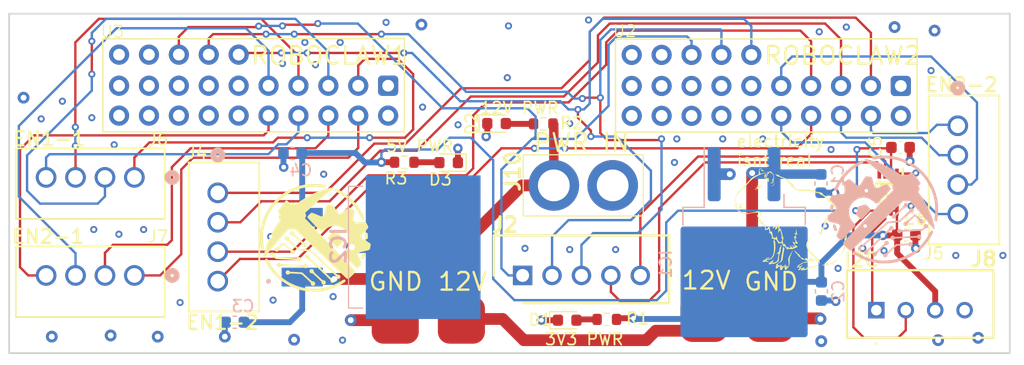
<source format=kicad_pcb>
(kicad_pcb (version 20221018) (generator pcbnew)
  (layers (0 "F.Cu" signal) (1 "In1.Cu" power) (2 "In2.Cu" power) (31 "B.Cu" signal) (34 "B.Paste" user) (35 "F.Paste" user) (36 "B.SilkS" user "B.Silkscreen") (37 "F.SilkS" user "F.Silkscreen") (38 "B.Mask" user) (39 "F.Mask" user) (44 "Edge.Cuts" user))
  (net 0 "")
  (net 1 "GND")
  (net 2 "+12V")
  (net 3 "+3V3")
  (net 4 "+5V")
  (net 5 "Net-(D1-A)")
  (net 6 "Net-(D2-A)")
  (net 7 "Net-(D3-A)")
  (net 8 "/EStop")
  (net 9 "/Rx")
  (net 10 "/Tx")
  (net 11 "/SDA")
  (net 12 "/SCL")
  (net 13 "/SCL3.3")
  (net 14 "/SDA3.3")
  (net 15 "/EN1+")
  (net 16 "/EN1-")
  (net 17 "/EN1A")
  (net 18 "/EN1B")
  (net 19 "/EN2+")
  (net 20 "/EN2-")
  (net 21 "/EN2A")
  (net 22 "/EN2B")
  (net 35 "/EN1+2")
  (net 52 "/EN1A2")
  (net 53 "/EN2A2")
  (net 54 "/EN1B2")
  (net 55 "/EN2B2")
  (net 56 "/EN1-2")
  (net 57 "/EN2+2")
  (net 58 "/EN2-2")
  (footprint "footprints:B4BXHA" (layer "F.Cu") (at 196.45 58.35)
    (fp_text reference "J8")
    (fp_text value "B4B-XH-A" hide)
  )
  (footprint "MountingHole:MountingHole_3mm" (layer "F.Cu") (at 125.275 36.03)
    (fp_text reference "H1" hide)
    (fp_text value "MountingHole" hide)
  )
  (footprint "footprints:IMC404" (layer "F.Cu") (at 172.36 39.673 -90)
    (fp_text reference "U2")
    (fp_text value "~" hide)
  )
  (footprint "footprints:B4B-XH-A_JST" (layer "F.Cu") (at 133.4166 55.4 180)
    (fp_text reference "J7")
    (fp_text value "B4B-XH-A")
  )
  (footprint "Resistor_SMD:R_0603_1608Metric" (layer "F.Cu") (at 168.155 42.525 180)
    (fp_text reference "R2")
    (fp_text value "500Ω" hide)
  )
  (footprint "Resistor_SMD:R_0603_1608Metric" (layer "F.Cu") (at 156.345 45.785)
    (fp_text reference "R3")
    (fp_text value "150Ω" hide)
  )
  (footprint "Capacitor_SMD:C_0603_1608Metric" (layer "F.Cu") (at 198.505 44.525)
    (fp_text reference "C5")
    (fp_text value ".1uF" hide)
  )
  (footprint "footprints:SHDR5W64P0X250_1X5_1490X575X700P" (layer "F.Cu") (at 166.399756 55.4)
    (fp_text reference "J2")
    (fp_text value "B5B-XH-A__LF__SN_" hide)
  )
  (footprint "LED_SMD:LED_0603_1608Metric" (layer "F.Cu") (at 160.115 45.815 180)
    (fp_text reference "D3")
    (fp_text value "LED" hide)
  )
  (footprint "solder_pads:2mm_pads_4" (layer "F.Cu") (at 158.2 55.9 180)
    (fp_text reference "J3" hide)
    (fp_text value "Conn_01x02_Pin" hide)
  )
  (footprint "footprints:IMC404" (layer "F.Cu") (at 128.805 39.653 -90)
    (fp_text reference "U3")
    (fp_text value "~" hide)
  )
  (footprint "footprints:B4B-XH-A_JST" (layer "F.Cu") (at 133.4166 47.070199 180)
    (fp_text reference "J6")
    (fp_text value "B4B-XH-A")
  )
  (footprint "MountingHole:MountingHole_3mm" (layer "F.Cu") (at 168.842 36.03)
    (fp_text reference "H3" hide)
    (fp_text value "MountingHole" hide)
  )
  (footprint "footprints:XT30PB" (layer "F.Cu") (at 169.05 47.75 90)
    (fp_text reference "J10")
    (fp_text value "XT30PB" hide)
  )
  (footprint "LOGO" (layer "F.Cu") (at 189.1 50.7)
    (fp_text reference "G***" hide)
    (fp_text value "LOGO" hide)
  )
  (footprint "LED_SMD:LED_0603_1608Metric" (layer "F.Cu") (at 164.185 42.495)
    (fp_text reference "D2")
    (fp_text value "LED" hide)
  )
  (footprint "Capacitor_SMD:C_0603_1608Metric" (layer "F.Cu") (at 198.995 51.965 180)
    (fp_text reference "C6")
    (fp_text value ".1uF" hide)
  )
  (footprint "MountingHole:MountingHole_3mm" (layer "F.Cu") (at 161.722 36.03)
    (fp_text reference "H2" hide)
    (fp_text value "MountingHole" hide)
  )
  (footprint "footprints:B4B-XH-A_JST" (layer "F.Cu") (at 140.5 48.3834 -90)
    (fp_text reference "J4")
    (fp_text value "B4B-XH-A")
  )
  (footprint "Resistor_SMD:R_0603_1608Metric" (layer "F.Cu") (at 173.555 59.135 180)
    (fp_text reference "R1")
    (fp_text value "50Ω" hide)
  )
  (footprint "Diode_SMD:D_0603_1608Metric" (layer "F.Cu") (at 170.185 59.205)
    (fp_text reference "D1")
    (fp_text value "LED" hide)
  )
  (footprint "solder_pads:2mm_pads_4" (layer "F.Cu") (at 184.8 62.35)
    (fp_text reference "J9" hide)
    (fp_text value "Conn_01x02_Pin" hide)
  )
  (footprint "footprints:SOP50P310X90-8N" (layer "F.Cu") (at 197.45 48.325 -90)
    (fp_text reference "U1")
    (fp_text value "PCA9306DCUR" hide)
  )
  (footprint "LOGO" (layer "F.Cu") (at 148.8 52.2)
    (fp_text reference "G***" hide)
    (fp_text value "LOGO" hide)
  )
  (footprint "MountingHole:MountingHole_3mm" (layer "F.Cu") (at 205.292 36.03)
    (fp_text reference "H4" hide)
    (fp_text value "MountingHole" hide)
  )
  (footprint "footprints:B4B-XH-A_JST" (layer "F.Cu") (at 203.370199 42.6834 -90)
    (fp_text reference "J5")
    (fp_text value "B4B-XH-A")
  )
  (footprint "Capacitor_SMD:C_0603_1608Metric" (layer "B.Cu") (at 191.745 47.595 90)
    (fp_text reference "C1")
    (fp_text value ".1uF" hide)
  )
  (footprint "Capacitor_SMD:C_0603_1608Metric" (layer "B.Cu") (at 146.855 45.035)
    (fp_text reference "C4")
    (fp_text value ".1uF" hide)
  )
  (footprint "LOGO" (layer "B.Cu") (at 197 49.8 180)
    (fp_text reference "G***" hide)
    (fp_text value "LOGO" hide)
  )
  (footprint "Capacitor_SMD:C_0603_1608Metric" (layer "B.Cu") (at 191.785 56.755 90)
    (fp_text reference "C2")
    (fp_text value ".1uF" hide)
  )
  (footprint "Capacitor_SMD:C_0603_1608Metric" (layer "B.Cu") (at 141.945 59.375)
    (fp_text reference "C3")
    (fp_text value ".33uF" hide)
  )
  (footprint "Package_TO_SOT_SMD:TO-263-2" (layer "B.Cu") (at 185.215 54.445 -90)
    (fp_text reference "IC1")
    (fp_text value "LD1086D2T33TR" hide)
  )
  (footprint "footprints:L7805CD2T" (layer "B.Cu") (at 152.812 53 90)
    (fp_text reference "IC2")
    (fp_text value "L7805CD2T-TR" hide)
  )
  (gr_line (start 122.779 33.162) (end 122.779 62) (stroke (width 0.15)) (layer "Edge.Cuts"))
  (gr_line (start 207.787 33.162) (end 207.787 62) (stroke (width 0.15)) (layer "Edge.Cuts"))
  (gr_line (start 122.779 62) (end 207.787 62) (stroke (width 0.15)) (layer "Edge.Cuts"))
  (gr_line (start 122.779 33.162) (end 207.787 33.162) (stroke (width 0.15)) (layer "Edge.Cuts"))
  (gr_text "EN2-2" (at 200.5 39.9) (layer "F.SilkS") (effects (font (size 1.2 1.2) (thickness 0.2)) (justify left bottom)))
  (gr_text "PWR IN" (at 167.2 45) (layer "F.SilkS") (effects (font (size 1.5 1.5) (thickness 0.2)) (justify left bottom)))
  (gr_text "GND" (at 153.2 56.8) (layer "F.SilkS") (effects (font (size 1.5 1.5) (thickness 0.2)) (justify left bottom)))
  (gr_text "I2C" (at 193.6 54.8) (layer "F.SilkS") (effects (font (size 1.2 1.2) (thickness 0.2)) (justify left bottom)))
  (gr_text "3V3 PWR" (at 168.2 61.4) (layer "F.SilkS") (effects (font (size 1 1)) (justify left bottom)))
  (gr_text "12V" (at 179.8 56.7) (layer "F.SilkS") (effects (font (size 1.5 1.5) (thickness 0.2)) (justify left bottom)))
  (gr_text "GND" (at 185.1 56.8) (layer "F.SilkS") (effects (font (size 1.5 1.5) (thickness 0.2)) (justify left bottom)))
  (gr_text "EN2-1" (at 122.9 52.8) (layer "F.SilkS") (effects (font (size 1.2 1.2) (thickness 0.2)) (justify left bottom)))
  (gr_text "ROBOCLAW2" (at 186.8 37.6) (layer "F.SilkS") (effects (font (size 1.5 1.5) (thickness 0.2)) (justify left bottom)))
  (gr_text "12V PWR" (at 162.7 41.76) (layer "F.SilkS") (effects (font (size 1 1)) (justify left bottom)))
  (gr_text "12V" (at 159.1 56.8) (layer "F.SilkS") (effects (font (size 1.5 1.5) (thickness 0.2)) (justify left bottom)))
  (gr_text "EN1-2" (at 137.7 60.1) (layer "F.SilkS") (effects (font (size 1.2 1.2) (thickness 0.2)) (justify left bottom)))
  (gr_text "5V PWR" (at 154.7 45) (layer "F.SilkS") (effects (font (size 1 1)) (justify left bottom)))
  (gr_text "ROBOCLAW1" (at 143.2 37.6) (layer "F.SilkS") (effects (font (size 1.5 1.5) (thickness 0.2)) (justify left bottom)))
  (gr_text "EN1-1" (at 123 44.5) (layer "F.SilkS") (effects (font (size 1.2 1.2) (thickness 0.2)) (justify left bottom)))
  (gr_text "electricity \nisnt real" (at 184.5 46.2) (layer "F.SilkS") (effects (font (size 1 1)) (justify left bottom)))
  (segment (start 199.77 53.07) (end 199.8 53.1) (width 0.5) (layer "F.Cu") (net 1))
  (segment (start 168.005 59.205) (end 168 59.2) (width 0.5) (layer "F.Cu") (net 1))
  (segment (start 198.2 46.75) (end 199.75 46.75) (width 0.2) (layer "F.Cu") (net 1))
  (segment (start 155.58 59.2) (end 151.8 59.2) (width 1) (layer "F.Cu") (net 1))
  (segment (start 160.9025 44.6025) (end 160.9 44.6) (width 0.5) (layer "F.Cu") (net 1))
  (segment (start 199.77 51.965) (end 199.77 53.07) (width 0.5) (layer "F.Cu") (net 1))
  (segment (start 187.42 59.05) (end 191.65 59.05) (width 1) (layer "F.Cu") (net 1))
  (segment (start 191.65 59.05) (end 191.7 59.1) (width 1) (layer "F.Cu") (net 1))
  (segment (start 199.28 45.68) (end 199.3 45.7) (width 0.5) (layer "F.Cu") (net 1))
  (segment (start 199.75 46.75) (end 199.8 46.7) (width 0.2) (layer "F.Cu") (net 1))
  (segment (start 163.3975 43.5025) (end 163.3 43.6) (width 0.5) (layer "F.Cu") (net 1))
  (segment (start 169.3975 59.205) (end 168.005 59.205) (width 0.5) (layer "F.Cu") (net 1))
  (segment (start 163.3975 42.495) (end 163.3975 43.5025) (width 0.5) (layer "F.Cu") (net 1))
  (segment (start 199.28 44.525) (end 199.28 45.68) (width 0.5) (layer "F.Cu") (net 1))
  (segment (start 160.9025 45.815) (end 160.9025 44.6025) (width 0.5) (layer "F.Cu") (net 1))
  (via (at 201.7 60.9) (size 1) (drill 0.5) (layers "F.Cu" "B.Cu") (net 1))
  (via (at 129.965118 51.499283) (size 0.6) (drill 0.3) (layers "F.Cu" "B.Cu") (net 1))
  (via (at 193.9 34.3) (size 0.6) (drill 0.3) (layers "F.Cu" "B.Cu") (net 1))
  (via (at 193 57.6) (size 0.8) (drill 0.4) (layers "F.Cu" "B.Cu") (net 1))
  (via (at 163.3 43.6) (size 0.8) (drill 0.4) (layers "F.Cu" "B.Cu") (net 1))
  (via (at 168 59.2) (size 0.8) (drill 0.4) (layers "F.Cu" "B.Cu") (net 1))
  (via (at 192.9 48.4) (size 0.8) (drill 0.4) (layers "F.Cu" "B.Cu") (net 1))
  (via (at 191.6 34.7) (size 0.6) (drill 0.3) (layers "F.Cu" "B.Cu") (net 1))
  (via (at 146 37.4) (size 0.6) (drill 0.3) (layers "F.Cu" "B.Cu") (net 1))
  (via (at 183.4 43.8) (size 0.6) (drill 0.3) (layers "F.Cu" "B.Cu") (net 1))
  (via (at 199.8 46.7) (size 0.6) (drill 0.3) (layers "F.Cu" "B.Cu") (net 1))
  (via (at 179.5 43.8) (size 0.6) (drill 0.3) (layers "F.Cu" "B.Cu") (net 1))
  (via (at 157.801254 34.091234) (size 1) (drill 0.5) (layers "F.Cu" "B.Cu") (net 1))
  (via (at 165.2 34.2) (size 0.6) (drill 0.3) (layers "F.Cu" "B.Cu") (net 1))
  (via (at 203.2 53.7) (size 0.6) (drill 0.3) (layers "F.Cu" "B.Cu") (net 1))
  (via (at 191.769404 60.985866) (size 1) (drill 0.5) (layers "F.Cu" "B.Cu") (net 1))
  (via (at 129.8 42) (size 0.6) (drill 0.3) (layers "F.Cu" "B.Cu") (net 1))
  (via (at 150.9 35.6) (size 0.6) (drill 0.3) (layers "F.Cu" "B.Cu") (net 1))
  (via (at 170.4 53.2) (size 0.6) (drill 0.3) (layers "F.Cu" "B.Cu") (net 1))
  (via (at 195.5 51.2) (size 0.6) (drill 0.3) (layers "F.Cu" "B.Cu") (net 1))
  (via (at 148.8 37.5) (size 0.6) (drill 0.3) (layers "F.Cu" "B.Cu") (net 1))
  (via (at 141.1 60.6) (size 1) (drill 0.5) (layers "F.Cu" "B.Cu") (net 1))
  (via (at 132.1 51.9) (size 0.6) (drill 0.3) (layers "F.Cu" "B.Cu") (net 1))
  (via (at 193.2 54.8) (size 0.6) (drill 0.3) (layers "F.Cu" "B.Cu") (net 1))
  (via (at 179.3 45.8) (size 0.6) (drill 0.3) (layers "F.Cu" "B.Cu") (net 1))
  (via (at 207.2 53.7) (size 0.6) (drill 0.3) (layers "F.Cu" "B.Cu") (net 1))
  (via (at 150.3 57.2) (size 0.6) (drill 0.3) (layers "F.Cu" "B.Cu") (net 1))
  (via (at 131.4 60.5) (size 1) (drill 0.5) (layers "F.Cu" "B.Cu") (net 1))
  (via (at 147.9 35.6) (size 0.6) (drill 0.3) (layers "F.Cu" "B.Cu") (net 1))
  (via (at 160.913993 42.599026) (size 0.6) (drill 0.3) (layers "F.Cu" "B.Cu") (net 1))
  (via (at 192.1 51.2) (size 0.6) (drill 0.3) (layers "F.Cu" "B.Cu") (net 1))
  (via (at 154.8 33.9) (size 0.6) (drill 0.3) (layers "F.Cu" "B.Cu") (net 1))
  (via (at 191.7 59.1) (size 1) (drill 0.5) (layers "F.Cu" "B.Cu") (net 1))
  (via (at 149.5 46.8) (size 0.6) (drill 0.3) (layers "F.Cu" "B.Cu") (net 1))
  (via (at 184 46.8) (size 1) (drill 0.5) (layers "F.Cu" "B.Cu") (net 1))
  (via (at 201.4 34.6) (size 1) (drill 0.5) (layers "F.Cu" "B.Cu") (net 1))
  (via (at 192.6 44.7005) (size 0.6) (drill 0.3) (layers "F.Cu" "B.Cu") (net 1))
  (via (at 145 52.1) (size 0.6) (drill 0.3) (layers "F.Cu" "B.Cu") (net 1))
  (via (at 195.6 48.2) (size 0.6) (drill 0.3) (layers "F.Cu" "B.Cu") (net 1))
  (via (at 131.7 44.3) (size 0.6) (drill 0.3) (layers "F.Cu" "B.Cu") (net 1))
  (via (at 135.4 60.6) (size 1) (drill 0.5) (layers "F.Cu" "B.Cu") (net 1))
  (via (at 199.3 45.7) (size 0.8) (drill 0.4) (layers "F.Cu" "B.Cu") (net 1))
  (via (at 174.3 53.2) (size 0.6) (drill 0.3) (layers "F.Cu" "B.Cu") (net 1))
  (via (at 126.4 60.6) (size 1) (drill 0.5) (layers "F.Cu" "B.Cu") (net 1))
  (via (at 151.8 59.2) (size 1) (drill 0.5) (layers "F.Cu" "B.Cu") (net 1))
  (via (at 151.1 60.9) (size 0.6) (drill 0.3) (layers "F.Cu" "B.Cu") (net 1))
  (via (at 137.3 57.7) (size 0.6) (drill 0.3) (layers "F.Cu" "B.Cu") (net 1))
  (via (at 198 34.3) (size 1) (drill 0.5) (layers "F.Cu" "B.Cu") (net 1))
  (via (at 186.8 43.8) (size 0.6) (drill 0.3) (layers "F.Cu" "B.Cu") (net 1))
  (via (at 197.1 53.3) (size 0.6) (drill 0.3) (layers "F.Cu" "B.Cu") (net 1))
  (via (at 199.8 53.1) (size 0.8) (drill 0.4) (layers "F.Cu" "B.Cu") (net 1))
  (via (at 134.2 51.5) (size 0.6) (drill 0.3) (layers "F.Cu" "B.Cu") (net 1))
  (via (at 157.9 41.1) (size 0.6) (drill 0.3) (layers "F.Cu" "B.Cu") (net 1))
  (via (at 124 40.3) (size 1) (drill 0.5) (layers "F.Cu" "B.Cu") (net 1))
  (via (at 195.3 53.1) (size 0.6) (drill 0.3) (layers "F.Cu" "B.Cu") (net 1))
  (via (at 205.1 60.7) (size 1) (drill 0.5) (layers "F.Cu" "B.Cu") (net 1))
  (via (at 127.3 40.6) (size 0.6) (drill 0.3) (layers "F.Cu" "B.Cu") (net 1))
  (via (at 160.9 44.6) (size 0.8) (drill 0.4) (layers "F.Cu" "B.Cu") (net 1))
  (via (at 166.6 53.1) (size 0.6) (drill 0.3) (layers "F.Cu" "B.Cu") (net 1))
  (via (at 172 33.7) (size 0.6) (drill 0.3) (layers "F.Cu" "B.Cu") (net 1))
  (via (at 165.1 38.6) (size 0.6) (drill 0.3) (layers "F.Cu" "B.Cu") (net 1))
  (via (at 125.5 42.1) (size 0.6) (drill 0.3) (layers "F.Cu" "B.Cu") (net 1))
  (via (at 199.4 49.5) (size 0.6) (drill 0.3) (layers "F.Cu" "B.Cu") (net 1))
  (via (at 194.7 49.9) (size 0.6) (drill 0.3) (layers "F.Cu" "B.Cu") (net 1))
  (via (at 170.4 42.5) (size 0.6) (drill 0.3) (layers "F.Cu" "B.Cu") (net 1))
  (via (at 146.1 46.2) (size 0.8) (drill 0.4) (layers "F.Cu" "B.Cu") (net 1))
  (via (at 151.9 53) (size 1) (drill 0.5) (layers "F.Cu" "B.Cu") (net 1))
  (via (at 145.2 57.5) (size 0.6) (drill 0.3) (layers "F.Cu" "B.Cu") (net 1))
  (via (at 201.1 38) (size 0.6) (drill 0.3) (layers "F.Cu" "B.Cu") (net 1))
  (via (at 146.988726 60.861535) (size 1) (drill 0.5) (layers "F.Cu" "B.Cu") (net 1))
  (segment (start 146.08 45.035) (end 146.08 46.18) (width 0.5) (layer "B.Cu") (net 1))
  (segment (start 141.1 60.6) (end 141.1 59.445) (width 0.5) (layer "B.Cu") (net 1))
  (segment (start 182.675 46.795) (end 183.995 46.795) (width 1) (layer "B.Cu") (net 1))
  (segment (start 191.745 48.37) (end 192.87 48.37) (width 0.5) (layer "B.Cu") (net 1))
  (segment (start 192.87 48.37) (end 192.9 48.4) (width 0.5) (layer "B.Cu") (net 1))
  (segment (start 192.93 57.53) (end 193 57.6) (width 0.5) (layer "B.Cu") (net 1))
  (segment (start 183.995 46.795) (end 184 46.8) (width 1) (layer "B.Cu") (net 1))
  (segment (start 191.785 57.53) (end 192.93 57.53) (width 0.5) (layer "B.Cu") (net 1))
  (segment (start 141.1 59.445) (end 141.17 59.375) (width 0.5) (layer "B.Cu") (net 1))
  (segment (start 146.08 46.18) (end 146.1 46.2) (width 0.5) (layer "B.Cu") (net 1))
  (segment (start 157.95 53) (end 151.9 53) (width 1) (layer "B.Cu") (net 1))
  (segment (start 185.9 46.7) (end 185.9 51.6) (width 1) (layer "F.Cu") (net 2))
  (segment (start 169.05 47.75) (end 169.05 42.595) (width 0.8) (layer "F.Cu") (net 2))
  (segment (start 185.9 51.6) (end 181.8 55.7) (width 1) (layer "F.Cu") (net 2))
  (segment (start 166.5 60.9) (end 164.7 59.1) (width 1) (layer "F.Cu") (net 2))
  (segment (start 177.7 60.1) (end 176.9 60.9) (width 1) (layer "F.Cu") (net 2))
  (segment (start 161.2 56.6) (end 161.2 55.7) (width 1) (layer "F.Cu") (net 2))
  (segment (start 161.2 52.9) (end 166.35 47.75) (width 1) (layer "F.Cu") (net 2))
  (segment (start 160.3 55.7) (end 161.2 56.6) (width 1) (layer "F.Cu") (net 2))
  (segment (start 161.3 59.1) (end 161.2 59.2) (width 1) (layer "F.Cu") (net 2))
  (segment (start 164.7 59.1) (end 161.3 59.1) (width 1) (layer "F.Cu") (net 2))
  (segment (start 181.8 59.05) (end 180.75 60.1) (width 1) (layer "F.Cu") (net 2))
  (segment (start 181.8 55.7) (end 181.8 59.05) (width 1) (layer "F.Cu") (net 2))
  (segment (start 166.35 47.75) (end 169.05 47.75) (width 1) (layer "F.Cu") (net 2))
  (segment (start 180.75 60.1) (end 177.7 60.1) (width 1) (layer "F.Cu") (net 2))
  (segment (start 160.3 55.7) (end 161.2 54.8) (width 1) (layer "F.Cu") (net 2))
  (segment (start 161.2 55.7) (end 160.3 55.7) (width 1) (layer "F.Cu") (net 2))
  (segment (start 161.2 54.8) (end 161.2 52.9) (width 1) (layer "F.Cu") (net 2))
  (segment (start 169.05 42.595) (end 168.98 42.525) (width 0.8) (layer "F.Cu") (net 2))
  (segment (start 160.3 55.7) (end 150.4 55.7) (width 1) (layer "F.Cu") (net 2))
  (segment (start 161.2 59.2) (end 161.2 56.6) (width 1) (layer "F.Cu") (net 2))
  (segment (start 176.9 60.9) (end 166.5 60.9) (width 1) (layer "F.Cu") (net 2))
  (segment (start 161.2 55.7) (end 161.2 54.8) (width 1) (layer "F.Cu") (net 2))
  (via (at 185.9 46.7) (size 1) (drill 0.5) (layers "F.Cu" "B.Cu") (net 2))
  (via (at 150.4 55.7) (size 1) (drill 0.5) (layers "F.Cu" "B.Cu") (net 2))
  (segment (start 187.66 46.7) (end 187.755 46.795) (width 1) (layer "B.Cu") (net 2))
  (segment (start 187.7 46.74) (end 187.755 46.795) (width 0.8) (layer "B.Cu") (net 2))
  (segment (start 185.9 46.7) (end 187.66 46.7) (width 1) (layer "B.Cu") (net 2))
  (segment (start 187.755 46.795) (end 191.72 46.795) (width 0.8) (layer "B.Cu") (net 2))
  (segment (start 147.834 55.7) (end 147.674 55.54) (width 1) (layer "B.Cu") (net 2))
  (segment (start 147.674 58.326) (end 146.625 59.375) (width 0.5) (layer "B.Cu") (net 2))
  (segment (start 150.4 55.7) (end 147.834 55.7) (width 1) (layer "B.Cu") (net 2))
  (segment (start 191.72 46.795) (end 191.745 46.82) (width 0.8) (layer "B.Cu") (net 2))
  (segment (start 147.674 55.54) (end 147.674 58.326) (width 0.5) (layer "B.Cu") (net 2))
  (segment (start 146.625 59.375) (end 142.72 59.375) (width 0.5) (layer "B.Cu") (net 2))
  (segment (start 174.480245 59.034755) (end 174.38 59.135) (width 0.5) (layer "F.Cu") (net 3))
  (segment (start 198.22 51.965) (end 198.22 53.52) (width 0.5) (layer "F.Cu") (net 3))
  (segment (start 198.2 49.9) (end 197.7 49.9) (width 0.2) (layer "F.Cu") (net 3))
  (segment (start 175.816679 59.034755) (end 174.480245 59.034755) (width 0.5) (layer "F.Cu") (net 3))
  (segment (start 198.22 53.52) (end 201.45 56.75) (width 0.5) (layer "F.Cu") (net 3))
  (segment (start 201.45 56.75) (end 201.45 58.35) (width 0.5) (layer "F.Cu") (net 3))
  (segment (start 197 52) (end 198.185 52) (width 0.5) (layer "F.Cu") (net 3))
  (segment (start 198.2 51.945) (end 198.2 49.9) (width 0.2) (layer "F.Cu") (net 3))
  (via (at 175.816679 59.034755) (size 0.8) (drill 0.4) (layers "F.Cu" "B.Cu") (net 3))
  (via (at 197 52) (size 0.8) (drill 0.4) (layers "F.Cu" "B.Cu") (net 3))
  (segment (start 197 52) (end 194.1 52) (width 0.5) (layer "B.Cu") (net 3))
  (segment (start 191.65 55.945) (end 191.785 56.08) (width 0.5) (layer "B.Cu") (net 3))
  (segment (start 175.816679 59.034755) (end 175.881924 59.1) (width 0.5) (layer "B.Cu") (net 3))
  (segment (start 194.1 52) (end 191.785 54.315) (width 0.5) (layer "B.Cu") (net 3))
  (segment (start 175.881924 59.1) (end 182.06 59.1) (width 0.5) (layer "B.Cu") (net 3))
  (segment (start 182.06 59.1) (end 185.215 55.945) (width 0.5) (layer "B.Cu") (net 3))
  (segment (start 185.215 55.945) (end 191.65 55.945) (width 0.5) (layer "B.Cu") (net 3))
  (segment (start 191.785 54.315) (end 191.785 55.98) (width 0.5) (layer "B.Cu") (net 3))
  (segment (start 194.8 44.6995) (end 194.8995 44.6) (width 0.2) (layer "F.Cu") (net 4))
  (segment (start 155.52 45.785) (end 154.4 45.785) (width 0.5) (layer "F.Cu") (net 4))
  (segment (start 197.7 44.555) (end 197.7 46.75) (width 0.2) (layer "F.Cu") (net 4))
  (segment (start 194.8995 44.6) (end 197.655 44.6) (width 0.2) (layer "F.Cu") (net 4))
  (segment (start 197.655 44.6) (end 197.73 44.525) (width 0.2) (layer "F.Cu") (net 4))
  (segment (start 197.73 44.525) (end 197.7 44.555) (width 0.2) (layer "F.Cu") (net 4))
  (via (at 194.8 44.6995) (size 0.6) (drill 0.3) (layers "F.Cu" "B.Cu") (net 4))
  (via (at 154.4 45.785) (size 0.8) (drill 0.4) (layers "F.Cu" "B.Cu") (net 4))
  (segment (start 163.9 55.7) (end 165.7 57.5) (width 0.2) (layer "B.Cu") (net 4))
  (segment (start 178.6 56.7) (end 178.6 50.9) (width 0.2) (layer "B.Cu") (net 4))
  (segment (start 153 45.8) (end 152.2 45) (width 0.5) (layer "B.Cu") (net 4))
  (segment (start 162 43.7) (end 163.9 45.6) (width 0.2) (layer "B.Cu") (net 4))
  (segment (start 154.7 44.7) (end 159.2 44.7) (width 0.2) (layer "B.Cu") (net 4))
  (segment (start 165.7 57.5) (end 177.8 57.5) (width 0.2) (layer "B.Cu") (net 4))
  (segment (start 178.6 50.9) (end 179.6 49.9) (width 0.2) (layer "B.Cu") (net 4))
  (segment (start 194.8 48.7) (end 194.8 44.6995) (width 0.2) (layer "B.Cu") (net 4))
  (segment (start 163.9 45.6) (end 163.9 55.7) (width 0.2) (layer "B.Cu") (net 4))
  (segment (start 154.4 45.785) (end 154.4 45) (width 0.2) (layer "B.Cu") (net 4))
  (segment (start 147.63 45.035) (end 147.674 45.079) (width 0.5) (layer "B.Cu") (net 4))
  (segment (start 154.4 45.785) (end 154.385 45.8) (width 0.5) (layer "B.Cu") (net 4))
  (segment (start 177.8 57.5) (end 178.6 56.7) (width 0.2) (layer "B.Cu") (net 4))
  (segment (start 152.2 45) (end 147.665 45) (width 0.5) (layer "B.Cu") (net 4))
  (segment (start 154.385 45.8) (end 153 45.8) (width 0.5) (layer "B.Cu") (net 4))
  (segment (start 159.2 44.7) (end 160.2 43.7) (width 0.2) (layer "B.Cu") (net 4))
  (segment (start 147.674 45.079) (end 147.674 50.66) (width 0.5) (layer "B.Cu") (net 4))
  (segment (start 179.6 49.9) (end 193.6 49.9) (width 0.2) (layer "B.Cu") (net 4))
  (segment (start 147.665 45) (end 147.63 45.035) (width 0.5) (layer "B.Cu") (net 4))
  (segment (start 154.4 45) (end 154.7 44.7) (width 0.2) (layer "B.Cu") (net 4))
  (segment (start 160.2 43.7) (end 162 43.7) (width 0.2) (layer "B.Cu") (net 4))
  (segment (start 193.6 49.9) (end 194.8 48.7) (width 0.2) (layer "B.Cu") (net 4))
  (segment (start 171.0425 59.135) (end 170.9725 59.205) (width 0.5) (layer "F.Cu") (net 5))
  (segment (start 172.73 59.135) (end 171.0425 59.135) (width 0.5) (layer "F.Cu") (net 5))
  (segment (start 165.0025 42.525) (end 164.9725 42.495) (width 0.5) (layer "F.Cu") (net 6))
  (segment (start 167.33 42.525) (end 165.0025 42.525) (width 0.5) (layer "F.Cu") (net 6))
  (segment (start 159.2975 45.785) (end 159.3275 45.815) (width 0.5) (layer "F.Cu") (net 7))
  (segment (start 157.17 45.785) (end 159.2975 45.785) (width 0.5) (layer "F.Cu") (net 7))
  (segment (start 146.1 34.1) (end 146 34.2) (width 0.2) (layer "F.Cu") (net 8))
  (segment (start 149 34) (end 148.9 34.1) (width 0.2) (layer "F.Cu") (net 8))
  (segment (start 137.195 35.105) (end 137.195 36.643) (width 0.2) (layer "F.Cu") (net 8))
  (segment (start 143.8995 34.3) (end 138 34.3) (width 0.2) (layer "F.Cu") (net 8))
  (segment (start 148.9 34.1) (end 146.1 34.1) (width 0.2) (layer "F.Cu") (net 8))
  (segment (start 143.975839 34.223661) (end 143.8995 34.3) (width 0.2) (layer "F.Cu") (net 8))
  (segment (start 138 34.3) (end 137.195 35.105) (width 0.2) (layer "F.Cu") (net 8))
  (via (at 146 34.2) (size 0.6) (drill 0.3) (layers "F.Cu" "B.Cu") (net 8))
  (via (at 143.975839 34.223661) (size 0.6) (drill 0.3) (layers "F.Cu" "B.Cu") (net 8))
  (via (at 149 34) (size 0.6) (drill 0.3) (layers "F.Cu" "B.Cu") (net 8))
  (segment (start 143.9995 34.2) (end 146 34.2) (width 0.2) (layer "B.Cu") (net 8))
  (segment (start 167.5 43.6) (end 167.3 43.8) (width 0.2) (layer "B.Cu") (net 8))
  (segment (start 164.6 46.4) (end 167.2 43.8) (width 0.2) (layer "B.Cu") (net 8))
  (segment (start 174.4 35.1) (end 180.375 35.1) (width 0.2) (layer "B.Cu") (net 8))
  (segment (start 143.975839 34.223661) (end 143.9995 34.2) (width 0.2) (layer "B.Cu") (net 8))
  (segment (start 170.9 43.8) (end 173.7 41) (width 0.2) (layer "B.Cu") (net 8))
  (segment (start 167.7 43.8) (end 170.9 43.8) (width 0.2) (layer "B.Cu") (net 8))
  (segment (start 173.7 35.8) (end 174.4 35.1) (width 0.2) (layer "B.Cu") (net 8))
  (segment (start 180.75 35.475) (end 180.75 36.663) (width 0.2) (layer "B.Cu") (net 8))
  (segment (start 166.8 41.2) (end 167.5 41.9) (width 0.2) (layer "B.Cu") (net 8))
  (segment (start 159.6 41.2) (end 166.8 41.2) (width 0.2) (layer "B.Cu") (net 8))
  (segment (start 152.4 34) (end 159.6 41.2) (width 0.2) (layer "B.Cu") (net 8))
  (segment (start 173.7 41) (end 173.7 35.8) (width 0.2) (layer "B.Cu") (net 8))
  (segment (start 167.5 43.6) (end 167.5 43.8) (width 0.2) (layer "B.Cu") (net 8))
  (segment (start 167.5 41.9) (end 167.5 43.6) (width 0.2) (layer "B.Cu") (net 8))
  (segment (start 165.2 55.4) (end 164.6 54.8) (width 0.2) (layer "B.Cu") (net 8))
  (segment (start 167.5 43.8) (end 167.7 43.8) (width 0.2) (layer "B.Cu") (net 8))
  (segment (start 167.5 43.6) (end 167.7 43.8) (width 0.2) (layer "B.Cu") (net 8))
  (segment (start 166.399756 55.4) (end 165.2 55.4) (width 0.2) (layer "B.Cu") (net 8))
  (segment (start 180.375 35.1) (end 180.75 35.475) (width 0.2) (layer "B.Cu") (net 8))
  (segment (start 167.3 43.8) (end 167.5 43.8) (width 0.2) (layer "B.Cu") (net 8))
  (segment (start 167.2 43.8) (end 167.3 43.8) (width 0.2) (layer "B.Cu") (net 8))
  (segment (start 164.6 54.8) (end 164.6 46.4) (width 0.2) (layer "B.Cu") (net 8))
  (segment (start 149 34) (end 152.4 34) (width 0.2) (layer "B.Cu") (net 8))
  (segment (start 142.418 36.5) (end 142.275 36.643) (width 0.2) (layer "F.Cu") (net 9))
  (segment (start 172.2 43.1) (end 172.2 43.6) (width 0.2) (layer "F.Cu") (net 9))
  (segment (start 171.1 42) (end 172.2 43.1) (width 0.2) (layer "F.Cu") (net 9))
  (segment (start 156.3 36.5) (end 148.1 36.5) (width 0.2) (layer "F.Cu") (net 9))
  (segment (start 145.9 36.5) (end 142.418 36.5) (width 0.2) (layer "F.Cu") (net 9))
  (segment (start 171.1 41.2995) (end 171.1 42) (width 0.2) (layer "F.Cu") (net 9))
  (via (at 145.9 36.5) (size 0.6) (drill 0.3) (layers "F.Cu" "B.Cu") (net 9))
  (via (at 171.1 41.2995) (size 0.6) (drill 0.3) (layers "F.Cu" "B.Cu") (net 9))
  (via (at 172.2 43.6) (size 0.6) (drill 0.3) (layers "F.Cu" "B.Cu") (net 9))
  (via (at 156.3 36.5) (size 0.6) (drill 0.3) (layers "F.Cu" "B.Cu") (net 9))
  (via (at 148.1 36.5) (size 0.6) (drill 0.3) (layers "F.Cu" "B.Cu") (net 9))
  (segment (start 170.2995 41.2995) (end 169.6 40.6) (width 0.2) (layer "B.Cu") (net 9))
  (segment (start 177.3 49) (end 175.6 50.7) (width 0.2) (layer "B.Cu") (net 9))
  (segment (start 172.2 43.6) (end 174.4 43.6) (width 0.2) (layer "B.Cu") (net 9))
  (segment (start 172.1 40.8) (end 172.1 34.7) (width 0.2) (layer "B.Cu") (net 9))
  (segment (start 168.899756 52.100244) (end 168.899756 55.4) (width 0.2) (layer "B.Cu") (net 9))
  (segment (start 148.1 36.5) (end 145.9 36.5) (width 0.2) (layer "B.Cu") (net 9))
  (segment (start 172.1 34.7) (end 173.2 33.6) (width 0.2) (layer "B.Cu") (net 9))
  (segment (start 170.3 50.7) (end 168.899756 52.100244) (width 0.2) (layer "B.Cu") (net 9))
  (segment (start 175.6 50.7) (end 170.3 50.7) (width 0.2) (layer "B.Cu") (net 9))
  (segment (start 185.2 33.6) (end 185.83 34.23) (width 0.2) (layer "B.Cu") (net 9))
  (segment (start 171.1 41.2995) (end 171.6005 41.2995) (width 0.2) (layer "B.Cu") (net 9))
  (segment (start 185.83 34.23) (end 185.83 36.663) (width 0.2) (layer "B.Cu") (net 9))
  (segment (start 173.2 33.6) (end 185.2 33.6) (width 0.2) (layer "B.Cu") (net 9))
  (segment (start 171.1 41.2995) (end 170.2995 41.2995) (width 0.2) (layer "B.Cu") (net 9))
  (segment (start 157 36.5) (end 156.3 36.5) (width 0.2) (layer "B.Cu") (net 9))
  (segment (start 171.6005 41.2995) (end 172.1 40.8) (width 0.2) (layer "B.Cu") (net 9))
  (segment (start 177.3 46.5) (end 177.3 49) (width 0.2) (layer "B.Cu") (net 9))
  (segment (start 169.6 40.6) (end 161.1 40.6) (width 0.2) (layer "B.Cu") (net 9))
  (segment (start 174.4 43.6) (end 177.3 46.5) (width 0.2) (layer "B.Cu") (net 9))
  (segment (start 161.1 40.6) (end 157 36.5) (width 0.2) (layer "B.Cu") (net 9))
  (segment (start 144.6 34.9) (end 140.1 34.9) (width 0.2) (layer "F.Cu") (net 10))
  (segment (start 154.4 34.9) (end 147 34.9) (width 0.2) (layer "F.Cu") (net 10))
  (segment (start 140.1 34.9) (end 139.735 35.265) (width 0.2) (layer "F.Cu") (net 10))
  (segment (start 178.1 43.9) (end 178.2 43.8) (width 0.2) (layer "F.Cu") (net 10))
  (segment (start 173 43.3) (end 173.6 43.9) (width 0.2) (layer "F.Cu") (net 10))
  (segment (start 173 40.3) (end 171.4 40.3) (width 0.2) (layer "F.Cu") (net 10))
  (segment (start 173 40.3) (end 173 43.3) (width 0.2) (layer "F.Cu") (net 10))
  (segment (start 173.6 43.9) (end 178.1 43.9) (width 0.2) (layer "F.Cu") (net 10))
  (segment (start 139.735 35.265) (end 139.735 36.643) (width 0.2) (layer "F.Cu") (net 10))
  (segment (start 171.4 40.3) (end 171.473911 40.373911) (width 0.2) (layer "F.Cu") (net 10))
  (via (at 178.2 43.8) (size 0.6) (drill 0.3) (layers "F.Cu" "B.Cu") (net 10))
  (via (at 173 40.3) (size 0.6) (drill 0.3) (layers "F.Cu" "B.Cu") (net 10))
  (via (at 144.6 34.9) (size 0.6) (drill 0.3) (layers "F.Cu" "B.Cu") (net 10))
  (via (at 171.473911 40.373911) (size 0.6) (drill 0.3) (layers "F.Cu" "B.Cu") (net 10))
  (via (at 147 34.9) (size 0.6) (drill 0.3) (layers "F.Cu" "B.Cu") (net 10))
  (via (at 154.4 34.9) (size 0.6) (drill 0.3) (layers "F.Cu" "B.Cu") (net 10))
  (segment (start 173 35.4) (end 173.9 34.5) (width 0.2) (layer "B.Cu") (net 10))
  (segment (start 171.473911 40.373911) (end 170.773911 40.373911) (width 0.2) (layer "B.Cu") (net 10))
  (segment (start 183.29 34.59) (end 183.29 36.663) (width 0.2) (layer "B.Cu") (net 10))
  (segment (start 170.2 39.8) (end 161.6 39.8) (width 0.2) (layer "B.Cu") (net 10))
  (segment (start 176.2 51.8) (end 172.4 51.8) (width 0.2) (layer "B.Cu") (net 10))
  (segment (start 156.7 34.9) (end 154.4 34.9) (width 0.2) (layer "B.Cu") (net 10))
  (segment (start 183.2 34.5) (end 183.29 34.59) (width 0.2) (layer "B.Cu") (net 10))
  (segment (start 178.2 43.8) (end 178.2 49.8) (width 0.2) (layer "B.Cu") (net 10))
  (segment (start 147 34.9) (end 144.6 34.9) (width 0.2) (layer "B.Cu") (net 10))
  (segment (start 161.6 39.8) (end 156.7 34.9) (width 0.2) (layer "B.Cu") (net 10))
  (segment (start 170.773911 40.373911) (end 170.2 39.8) (width 0.2) (layer "B.Cu") (net 10))
  (segment (start 178.2 49.8) (end 176.2 51.8) (width 0.2) (layer "B.Cu") (net 10))
  (segment (start 173 40.3) (end 173 35.4) (width 0.2) (layer "B.Cu") (net 10))
  (segment (start 171.399756 52.800244) (end 171.399756 55.4) (width 0.2) (layer "B.Cu") (net 10))
  (segment (start 172.4 51.8) (end 171.399756 52.800244) (width 0.2) (layer "B.Cu") (net 10))
  (segment (start 173.9 34.5) (end 183.2 34.5) (width 0.2) (layer "B.Cu") (net 10))
  (segment (start 174.7 57.6) (end 173.899756 56.799756) (width 0.2) (layer "F.Cu") (net 11))
  (segment (start 173.899756 56.799756) (end 173.899756 55.4) (width 0.2) (layer "F.Cu") (net 11))
  (segment (start 196.7 46) (end 196.5 45.8) (width 0.2) (layer "F.Cu") (net 11))
  (segment (start 196.5 45.8) (end 181.9 45.8) (width 0.2) (layer "F.Cu") (net 11))
  (segment (start 177.1 57.6) (end 174.7 57.6) (width 0.2) (layer "F.Cu") (net 11))
  (segment (start 196.7 46.75) (end 196.7 46) (width 0.2) (layer "F.Cu") (net 11))
  (segment (start 181.9 45.8) (end 178 49.7) (width 0.2) (layer "F.Cu") (net 11))
  (segment (start 178 49.7) (end 178 56.7) (width 0.2) (layer "F.Cu") (net 11))
  (segment (start 178 56.7) (end 177.1 57.6) (width 0.2) (layer "F.Cu") (net 11))
  (segment (start 197.2 46.75) (end 197.2 45.7) (width 0.2) (layer "F.Cu") (net 12))
  (segment (start 181.3 45.3) (end 176.399756 50.200244) (width 0.2) (layer "F.Cu") (net 12))
  (segment (start 196.8 45.3) (end 181.3 45.3) (width 0.2) (layer "F.Cu") (net 12))
  (segment (start 176.399756 50.200244) (end 176.399756 55.4) (width 0.2) (layer "F.Cu") (net 12))
  (segment (start 197.2 45.7) (end 196.8 45.3) (width 0.2) (layer "F.Cu") (net 12))
  (segment (start 196.1 58) (end 196.45 58.35) (width 0.2) (layer "F.Cu") (net 13))
  (segment (start 197.2 50.6) (end 196.1 51.7) (width 0.2) (layer "F.Cu") (net 13))
  (segment (start 197.2 49.9) (end 197.2 50.6) (width 0.2) (layer "F.Cu") (net 13))
  (segment (start 196.1 51.7) (end 196.1 58) (width 0.2) (layer "F.Cu") (net 13))
  (segment (start 195.9 49.9) (end 194.5 51.3) (width 0.2) (layer "F.Cu") (net 14))
  (segment (start 196.7 49.9) (end 195.9 49.9) (width 0.2) (layer "F.Cu") (net 14))
  (segment (start 194.5 59.8) (end 195.4 60.7) (width 0.2) (layer "F.Cu") (net 14))
  (segment (start 194.5 51.3) (end 194.5 59.8) (width 0.2) (layer "F.Cu") (net 14))
  (segment (start 198.95 60.05) (end 198.95 58.35) (width 0.2) (layer "F.Cu") (net 14))
  (segment (start 198.3 60.7) (end 198.95 60.05) (width 0.2) (layer "F.Cu") (net 14))
  (segment (start 195.4 60.7) (end 198.3 60.7) (width 0.2) (layer "F.Cu") (net 14))
  (segment (start 145.6 43.7) (end 145.2 44.1) (width 0.2) (layer "F.Cu") (net 15))
  (segment (start 133.4166 45.3834) (end 133.4166 47.070199) (width 0.2) (layer "F.Cu") (net 15))
  (segment (start 134.7 44.1) (end 133.4166 45.3834) (width 0.2) (layer "F.Cu") (net 15))
  (segment (start 153.4 43.7) (end 156.4 43.7) (width 0.2) (layer "F.Cu") (net 15))
  (segment (start 148.1 43.7) (end 145.6 43.7) (width 0.2) (layer "F.Cu") (net 15))
  (segment (start 157.1 38.3) (end 155.8 37) (width 0.2) (layer "F.Cu") (net 15))
  (segment (start 157.1 43) (end 157.1 38.3) (width 0.2) (layer "F.Cu") (net 15))
  (segment (start 152.435 37.565) (end 152.435 39.283) (width 0.2) (layer "F.Cu") (net 15))
  (segment (start 153 37) (end 152.435 37.565) (width 0.2) (layer "F.Cu") (net 15))
  (segment (start 156.4 43.7) (end 157.1 43) (width 0.2) (layer "F.Cu") (net 15))
  (segment (start 155.8 37) (end 153 37) (width 0.2) (layer "F.Cu") (net 15))
  (segment (start 145.2 44.1) (end 134.7 44.1) (width 0.2) (layer "F.Cu") (net 15))
  (via (at 153.4 43.7) (size 0.6) (drill 0.3) (layers "F.Cu" "B.Cu") (net 15))
  (via (at 148.1 43.7) (size 0.6) (drill 0.3) (layers "F.Cu" "B.Cu") (net 15))
  (segment (start 153.4 43.7) (end 148.1 43.7) (width 0.2) (layer "B.Cu") (net 15))
  (segment (start 129.8 35.5) (end 129.8 38.3) (width 0.2) (layer "F.Cu") (net 16))
  (via (at 129.8 35.5) (size 0.6) (drill 0.3) (layers "F.Cu" "B.Cu") (net 16))
  (via (at 129.8 38.3) (size 0.6) (drill 0.3) (layers "F.Cu" "B.Cu") (net 16))
  (segment (start 129.8 39.7) (end 129.8 38.3) (width 0.2) (layer "B.Cu") (net 16))
  (segment (start 149.895 36.395) (end 149.895 39.283) (width 0.2) (layer "B.Cu") (net 16))
  (segment (start 125.4 49.3) (end 124.3 48.2) (width 0.2) (layer "B.Cu") (net 16))
  (segment (start 129.8 34.8) (end 131 33.6) (width 0.2) (layer "B.Cu") (net 16))
  (segment (start 147.1 33.6) (end 149.895 36.395) (width 0.2) (layer "B.Cu") (net 16))
  (segment (start 130.9166 48.6834) (end 130.3 49.3) (width 0.2) (layer "B.Cu") (net 16))
  (segment (start 130.3 49.3) (end 125.4 49.3) (width 0.2) (layer "B.Cu") (net 16))
  (segment (start 129.8 35.5) (end 129.8 34.8) (width 0.2) (layer "B.Cu") (net 16))
  (segment (start 124.3 45.2) (end 129.8 39.7) (width 0.2) (layer "B.Cu") (net 16))
  (segment (start 131 33.6) (end 147.1 33.6) (width 0.2) (layer "B.Cu") (net 16))
  (segment (start 124.3 48.2) (end 124.3 45.2) (width 0.2) (layer "B.Cu") (net 16))
  (segment (start 130.9166 47.070199) (end 130.9166 48.6834) (width 0.2) (layer "B.Cu") (net 16))
  (segment (start 147.355 36.755) (end 147.355 39.283) (width 0.2) (layer "F.Cu") (net 17))
  (segment (start 144.2 33.6) (end 147.355 36.755) (width 0.2) (layer "F.Cu") (net 17))
  (segment (start 128.4166 47.070199) (end 128.4166 44.4166) (width 0.2) (layer "F.Cu") (net 17))
  (segment (start 128.4166 44.4166) (end 128.4 44.4) (width 0.2) (layer "F.Cu") (net 17))
  (segment (start 128.4 42.8) (end 128.4 35.6) (width 0.2) (layer "F.Cu") (net 17))
  (segment (start 130.4 33.6) (end 144.2 33.6) (width 0.2) (layer "F.Cu") (net 17))
  (segment (start 128.4 35.6) (end 130.4 33.6) (width 0.2) (layer "F.Cu") (net 17))
  (via (at 128.4 44.4) (size 0.6) (drill 0.3) (layers "F.Cu" "B.Cu") (net 17))
  (via (at 128.4 42.8) (size 0.6) (drill 0.3) (layers "F.Cu" "B.Cu") (net 17))
  (segment (start 128.4 44.4) (end 128.4 42.8) (width 0.2) (layer "B.Cu") (net 17))
  (segment (start 126.2 45.1) (end 125.9166 45.3834) (width 0.2) (layer "B.Cu") (net 18))
  (segment (start 144.797538 45.1) (end 126.2 45.1) (width 0.2) (layer "B.Cu") (net 18))
  (segment (start 125.9166 45.3834) (end 125.9166 47.070199) (width 0.2) (layer "B.Cu") (net 18))
  (segment (start 146.34 44.26) (end 145.637538 44.26) (width 0.2) (layer "B.Cu") (net 18))
  (segment (start 147.355 43.245) (end 146.34 44.26) (width 0.2) (layer "B.Cu") (net 18))
  (segment (start 147.355 41.823) (end 147.355 43.245) (width 0.2) (layer "B.Cu") (net 18))
  (segment (start 145.637538 44.26) (end 144.797538 45.1) (width 0.2) (layer "B.Cu") (net 18))
  (segment (start 151.6 45.4) (end 138.4 45.4) (width 0.2) (layer "F.Cu") (net 19))
  (segment (start 138.4 45.4) (end 137.4 46.4) (width 0.2) (layer "F.Cu") (net 19))
  (segment (start 137.4 53.6) (end 135.6 55.4) (width 0.2) (layer "F.Cu") (net 19))
  (segment (start 135.6 55.4) (end 133.4166 55.4) (width 0.2) (layer "F.Cu") (net 19))
  (segment (start 137.4 46.4) (end 137.4 53.6) (width 0.2) (layer "F.Cu") (net 19))
  (segment (start 152.435 41.823) (end 152.435 44.565) (width 0.2) (layer "F.Cu") (net 19))
  (segment (start 152.435 44.565) (end 151.6 45.4) (width 0.2) (layer "F.Cu") (net 19))
  (segment (start 131.6 52.8) (end 136.2 52.8) (width 0.2) (layer "F.Cu") (net 20))
  (segment (start 149.895 43.505) (end 149.895 41.823) (width 0.2) (layer "F.Cu") (net 20))
  (segment (start 130.9166 55.4) (end 130.9166 53.4834) (width 0.2) (layer "F.Cu") (net 20))
  (segment (start 138.2 44.6) (end 148.8 44.6) (width 0.2) (layer "F.Cu") (net 20))
  (segment (start 136.6 46.2) (end 138.2 44.6) (width 0.2) (layer "F.Cu") (net 20))
  (segment (start 148.8 44.6) (end 149.895 43.505) (width 0.2) (layer "F.Cu") (net 20))
  (segment (start 130.9166 53.4834) (end 131.6 52.8) (width 0.2) (layer "F.Cu") (net 20))
  (segment (start 136.6 52.4) (end 136.6 46.2) (width 0.2) (layer "F.Cu") (net 20))
  (segment (start 136.2 52.8) (end 136.6 52.4) (width 0.2) (layer "F.Cu") (net 20))
  (segment (start 144.815 39.283) (end 144.815 36.315) (width 0.2) (layer "B.Cu") (net 21))
  (segment (start 142.9 34.4) (end 131.9 34.4) (width 0.2) (layer "B.Cu") (net 21))
  (segment (start 131.9 34.4) (end 123.6 42.7) (width 0.2) (layer "B.Cu") (net 21))
  (segment (start 128.4166 53.5166) (end 128.4166 55.4) (width 0.2) (layer "B.Cu") (net 21))
  (segment (start 144.815 36.315) (end 142.9 34.4) (width 0.2) (layer "B.Cu") (net 21))
  (segment (start 123.6 48.7) (end 128.4166 53.5166) (width 0.2) (layer "B.Cu") (net 21))
  (segment (start 123.6 42.7) (end 123.6 48.7) (width 0.2) (layer "B.Cu") (net 21))
  (segment (start 124.4 55.4) (end 125.9166 55.4) (width 0.2) (layer "F.Cu") (net 22))
  (segment (start 144.815 43.085) (end 144.4 43.5) (width 0.2) (layer "F.Cu") (net 22))
  (segment (start 144.4 43.5) (end 124.9 43.5) (width 0.2) (layer "F.Cu") (net 22))
  (segment (start 123.7 54.7) (end 124.4 55.4) (width 0.2) (layer "F.Cu") (net 22))
  (segment (start 144.815 41.823) (end 144.815 43.085) (width 0.2) (layer "F.Cu") (net 22))
  (segment (start 124.9 43.5) (end 123.7 44.7) (width 0.2) (layer "F.Cu") (net 22))
  (segment (start 123.7 44.7) (end 123.7 54.7) (width 0.2) (layer "F.Cu") (net 22))
  (segment (start 169.7 39.5) (end 172.1 37.1) (width 0.2) (layer "F.Cu") (net 35))
  (segment (start 149.6166 48.3834) (end 153.8 44.2) (width 0.2) (layer "F.Cu") (net 35))
  (segment (start 172.1 37.1) (end 172.1 34.7) (width 0.2) (layer "F.Cu") (net 35))
  (segment (start 156.465686 44.2) (end 161.165686 39.5) (width 0.2) (layer "F.Cu") (net 35))
  (segment (start 153.8 44.2) (end 156.465686 44.2) (width 0.2) (layer "F.Cu") (net 35))
  (segment (start 161.165686 39.5) (end 169.7 39.5) (width 0.2) (layer "F.Cu") (net 35))
  (segment (start 195.99 34.79) (end 195.99 39.303) (width 0.2) (layer "F.Cu") (net 35))
  (segment (start 173.3 33.5) (end 194.7 33.5) (width 0.2) (layer "F.Cu") (net 35))
  (segment (start 194.7 33.5) (end 195.99 34.79) (width 0.2) (layer "F.Cu") (net 35))
  (segment (start 140.5 48.3834) (end 149.6166 48.3834) (width 0.2) (layer "F.Cu") (net 35))
  (segment (start 172.1 34.7) (end 173.3 33.5) (width 0.2) (layer "F.Cu") (net 35))
  (segment (start 140.5 53.3834) (end 146.8166 53.3834) (width 0.2) (layer "F.Cu") (net 52))
  (segment (start 170.3 40.7) (end 173.5 37.5) (width 0.2) (layer "F.Cu") (net 52))
  (segment (start 163.3 40.7) (end 170.3 40.7) (width 0.2) (layer "F.Cu") (net 52))
  (segment (start 162.2 46.3) (end 162.2 41.8) (width 0.2) (layer "F.Cu") (net 52))
  (segment (start 173.5 37.5) (end 173.5 35.6) (width 0.2) (layer "F.Cu") (net 52))
  (segment (start 173.5 35.6) (end 174.5 34.6) (width 0.2) (layer "F.Cu") (net 52))
  (segment (start 153.3 46.9) (end 161.6 46.9) (width 0.2) (layer "F.Cu") (net 52))
  (segment (start 162.2 41.8) (end 163.3 40.7) (width 0.2) (layer "F.Cu") (net 52))
  (segment (start 190 34.6) (end 190.91 35.51) (width 0.2) (layer "F.Cu") (net 52))
  (segment (start 146.8166 53.3834) (end 153.3 46.9) (width 0.2) (layer "F.Cu") (net 52))
  (segment (start 174.5 34.6) (end 190 34.6) (width 0.2) (layer "F.Cu") (net 52))
  (segment (start 161.6 46.9) (end 162.2 46.3) (width 0.2) (layer "F.Cu") (net 52))
  (segment (start 190.91 35.51) (end 190.91 39.303) (width 0.2) (layer "F.Cu") (net 52))
  (segment (start 203.370199 47.6834) (end 204.5166 47.6834) (width 0.2) (layer "B.Cu") (net 53))
  (segment (start 189.3 36.8) (end 188.37 37.73) (width 0.2) (layer "B.Cu") (net 53))
  (segment (start 205 47.2) (end 205 40.7) (width 0.2) (layer "B.Cu") (net 53))
  (segment (start 188.37 37.73) (end 188.37 39.303) (width 0.2) (layer "B.Cu") (net 53))
  (segment (start 204.5166 47.6834) (end 205 47.2) (width 0.2) (layer "B.Cu") (net 53))
  (segment (start 201.1 36.8) (end 189.3 36.8) (width 0.2) (layer "B.Cu") (net 53))
  (segment (start 205 40.7) (end 201.1 36.8) (width 0.2) (layer "B.Cu") (net 53))
  (segment (start 161.6 47.6) (end 153.7 47.6) (width 0.2) (layer "F.Cu") (net 54))
  (segment (start 142.3834 54) (end 140.5 55.8834) (width 0.2) (layer "F.Cu") (net 54))
  (segment (start 164.6 44.6) (end 161.6 47.6) (width 0.2) (layer "F.Cu") (net 54))
  (segment (start 189.7 44.6) (end 170 44.6) (width 0.2) (layer "F.Cu") (net 54))
  (segment (start 190.91 41.843) (end 190.91 43.39) (width 0.2) (layer "F.Cu") (net 54))
  (segment (start 190.91 43.39) (end 189.7 44.6) (width 0.2) (layer "F.Cu") (net 54))
  (segment (start 167.4 44.6) (end 164.6 44.6) (width 0.2) (layer "F.Cu") (net 54))
  (segment (start 147.3 54) (end 142.3834 54) (width 0.2) (layer "F.Cu") (net 54))
  (segment (start 153.7 47.6) (end 147.3 54) (width 0.2) (layer "F.Cu") (net 54))
  (via (at 170 44.6) (size 0.6) (drill 0.3) (layers "F.Cu" "B.Cu") (net 54))
  (via (at 167.4 44.6) (size 0.6) (drill 0.3) (layers "F.Cu" "B.Cu") (net 54))
  (segment (start 167.4 44.6) (end 170 44.6) (width 0.2) (layer "B.Cu") (net 54))
  (segment (start 201.5834 50.1834) (end 195.5 44.1) (width 0.2) (layer "B.Cu") (net 55))
  (segment (start 195.5 44.1) (end 189.3 44.1) (width 0.2) (layer "B.Cu") (net 55))
  (segment (start 189.3 44.1) (end 188.37 43.17) (width 0.2) (layer "B.Cu") (net 55))
  (segment (start 203.370199 50.1834) (end 201.5834 50.1834) (width 0.2) (layer "B.Cu") (net 55))
  (segment (start 188.37 43.17) (end 188.37 41.843) (width 0.2) (layer "B.Cu") (net 55))
  (segment (start 162 40.2) (end 169.9 40.2) (width 0.2) (layer "F.Cu") (net 56))
  (segment (start 142.4166 50.8834) (end 144.2 49.1) (width 0.2) (layer "F.Cu") (net 56))
  (segment (start 154.3 44.8) (end 157.4 44.8) (width 0.2) (layer "F.Cu") (net 56))
  (segment (start 157.4 44.8) (end 162 40.2) (width 0.2) (layer "F.Cu") (net 56))
  (segment (start 172.8 35) (end 173.8 34) (width 0.2) (layer "F.Cu") (net 56))
  (segment (start 150 49.1) (end 154.3 44.8) (width 0.2) (layer "F.Cu") (net 56))
  (segment (start 169.9 40.2) (end 172.8 37.3) (width 0.2) (layer "F.Cu") (net 56))
  (segment (start 193.45 35.35) (end 193.45 39.303) (width 0.2) (layer "F.Cu") (net 56))
  (segment (start 144.2 49.1) (end 150 49.1) (width 0.2) (layer "F.Cu") (net 56))
  (segment (start 192.1 34) (end 193.45 35.35) (width 0.2) (layer "F.Cu") (net 56))
  (segment (start 173.8 34) (end 192.1 34) (width 0.2) (layer "F.Cu") (net 56))
  (segment (start 140.5 50.8834) (end 142.4166 50.8834) (width 0.2) (layer "F.Cu") (net 56))
  (segment (start 172.8 37.3) (end 172.8 35) (width 0.2) (layer "F.Cu") (net 56))
  (segment (start 196.2 43.3) (end 195.99 43.09) (width 0.2) (layer "B.Cu") (net 57))
  (segment (start 201.6 42.6) (end 200.9 43.3) (width 0.2) (layer "B.Cu") (net 57))
  (segment (start 203.370199 42.6834) (end 203.286799 42.6) (width 0.2) (layer "B.Cu") (net 57))
  (segment (start 200.9 43.3) (end 196.2 43.3) (width 0.2) (layer "B.Cu") (net 57))
  (segment (start 195.99 43.09) (end 195.99 41.843) (width 0.2) (layer "B.Cu") (net 57))
  (segment (start 203.286799 42.6) (end 201.6 42.6) (width 0.2) (layer "B.Cu") (net 57))
  (segment (start 193.9 43.7) (end 193.45 43.25) (width 0.2) (layer "B.Cu") (net 58))
  (segment (start 193.45 43.25) (end 193.45 41.843) (width 0.2) (layer "B.Cu") (net 58))
  (segment (start 201.7834 45.1834) (end 200.3 43.7) (width 0.2) (layer "B.Cu") (net 58))
  (segment (start 200.3 43.7) (end 193.9 43.7) (width 0.2) (layer "B.Cu") (net 58))
  (segment (start 203.370199 45.1834) (end 201.7834 45.1834) (width 0.2) (layer "B.Cu") (net 58))
)
</source>
